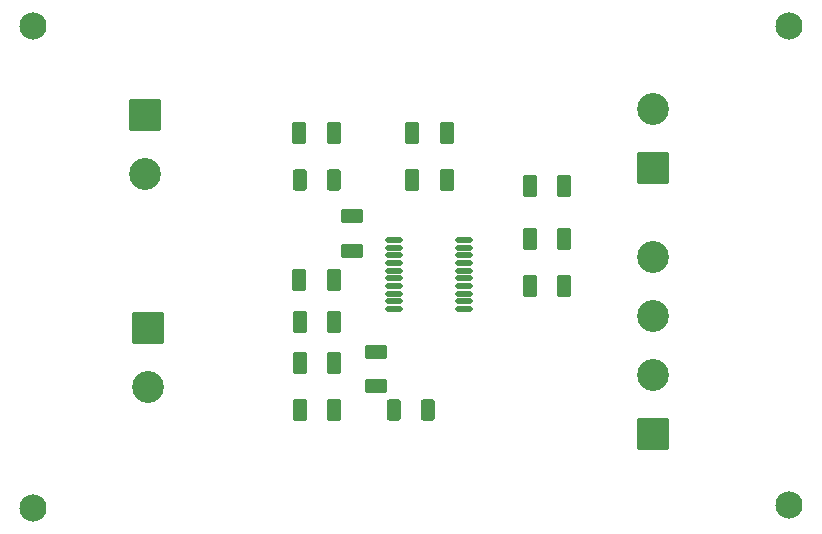
<source format=gbr>
%TF.GenerationSoftware,KiCad,Pcbnew,8.0.6*%
%TF.CreationDate,2025-11-11T21:27:36-08:00*%
%TF.ProjectId,I2S_Dac,4932535f-4461-4632-9e6b-696361645f70,rev?*%
%TF.SameCoordinates,Original*%
%TF.FileFunction,Soldermask,Top*%
%TF.FilePolarity,Negative*%
%FSLAX46Y46*%
G04 Gerber Fmt 4.6, Leading zero omitted, Abs format (unit mm)*
G04 Created by KiCad (PCBNEW 8.0.6) date 2025-11-11 21:27:36*
%MOMM*%
%LPD*%
G01*
G04 APERTURE LIST*
G04 Aperture macros list*
%AMRoundRect*
0 Rectangle with rounded corners*
0 $1 Rounding radius*
0 $2 $3 $4 $5 $6 $7 $8 $9 X,Y pos of 4 corners*
0 Add a 4 corners polygon primitive as box body*
4,1,4,$2,$3,$4,$5,$6,$7,$8,$9,$2,$3,0*
0 Add four circle primitives for the rounded corners*
1,1,$1+$1,$2,$3*
1,1,$1+$1,$4,$5*
1,1,$1+$1,$6,$7*
1,1,$1+$1,$8,$9*
0 Add four rect primitives between the rounded corners*
20,1,$1+$1,$2,$3,$4,$5,0*
20,1,$1+$1,$4,$5,$6,$7,0*
20,1,$1+$1,$6,$7,$8,$9,0*
20,1,$1+$1,$8,$9,$2,$3,0*%
G04 Aperture macros list end*
%ADD10O,1.501600X0.551599*%
%ADD11RoundRect,0.050800X1.300000X-1.300000X1.300000X1.300000X-1.300000X1.300000X-1.300000X-1.300000X0*%
%ADD12C,2.701600*%
%ADD13RoundRect,0.272578X-0.340722X-0.653222X0.340722X-0.653222X0.340722X0.653222X-0.340722X0.653222X0*%
%ADD14RoundRect,0.050800X-1.300000X1.300000X-1.300000X-1.300000X1.300000X-1.300000X1.300000X1.300000X0*%
%ADD15C,2.301600*%
%ADD16RoundRect,0.272087X-0.678713X0.353713X-0.678713X-0.353713X0.678713X-0.353713X0.678713X0.353713X0*%
%ADD17RoundRect,0.272087X-0.353713X-0.678713X0.353713X-0.678713X0.353713X0.678713X-0.353713X0.678713X0*%
%ADD18RoundRect,0.272087X0.353713X0.678713X-0.353713X0.678713X-0.353713X-0.678713X0.353713X-0.678713X0*%
G04 APERTURE END LIST*
D10*
%TO.C,U1*%
X125550001Y-74075002D03*
X125550001Y-74725003D03*
X125550001Y-75375002D03*
X125550001Y-76025003D03*
X125550001Y-76675002D03*
X125550001Y-77325003D03*
X125550001Y-77975002D03*
X125550001Y-78625003D03*
X125550001Y-79275002D03*
X125550001Y-79925003D03*
X131450002Y-79925003D03*
X131450002Y-79275002D03*
X131450002Y-78625003D03*
X131450002Y-77975002D03*
X131450002Y-77325003D03*
X131450002Y-76675002D03*
X131450002Y-76025003D03*
X131450002Y-75375002D03*
X131450002Y-74725003D03*
X131450002Y-74075002D03*
%TD*%
D11*
%TO.C,J1*%
X147500000Y-90500000D03*
D12*
X147500000Y-85500000D03*
X147500000Y-80500000D03*
X147500000Y-75500000D03*
%TD*%
D13*
%TO.C,R2*%
X117575000Y-69000000D03*
X120500000Y-69000000D03*
%TD*%
%TO.C,R1*%
X125537500Y-88500000D03*
X128462500Y-88500000D03*
%TD*%
D14*
%TO.C,J3*%
X104695000Y-81500000D03*
D12*
X104695000Y-86500000D03*
%TD*%
D14*
%TO.C,J2*%
X104500000Y-63500000D03*
D12*
X104500000Y-68500000D03*
%TD*%
D15*
%TO.C,H4*%
X159000000Y-96500000D03*
%TD*%
%TO.C,H3*%
X159000000Y-56000000D03*
%TD*%
%TO.C,H2*%
X95000000Y-96745000D03*
%TD*%
%TO.C,H1*%
X95000000Y-56000000D03*
%TD*%
D16*
%TO.C,C12*%
X124000000Y-86475000D03*
X124000000Y-83525000D03*
%TD*%
D17*
%TO.C,C11*%
X137025000Y-74000000D03*
X139975000Y-74000000D03*
%TD*%
%TO.C,C10*%
X137025000Y-78000000D03*
X139975000Y-78000000D03*
%TD*%
%TO.C,C9*%
X137025000Y-69500000D03*
X139975000Y-69500000D03*
%TD*%
%TO.C,C8*%
X117525000Y-77500000D03*
X120475000Y-77500000D03*
%TD*%
D16*
%TO.C,C7*%
X122000000Y-72025000D03*
X122000000Y-74975000D03*
%TD*%
D17*
%TO.C,C6*%
X127050000Y-69000000D03*
X130000000Y-69000000D03*
%TD*%
D18*
%TO.C,C5*%
X130000000Y-65000000D03*
X127050000Y-65000000D03*
%TD*%
D17*
%TO.C,C4*%
X117525000Y-65000000D03*
X120475000Y-65000000D03*
%TD*%
%TO.C,C3*%
X117550000Y-88500000D03*
X120500000Y-88500000D03*
%TD*%
%TO.C,C2*%
X120500000Y-84500000D03*
X117550000Y-84500000D03*
%TD*%
D18*
%TO.C,C1*%
X120500000Y-81000000D03*
X117550000Y-81000000D03*
%TD*%
D11*
%TO.C,J4*%
X147500000Y-68000000D03*
D12*
X147500000Y-63000000D03*
%TD*%
M02*

</source>
